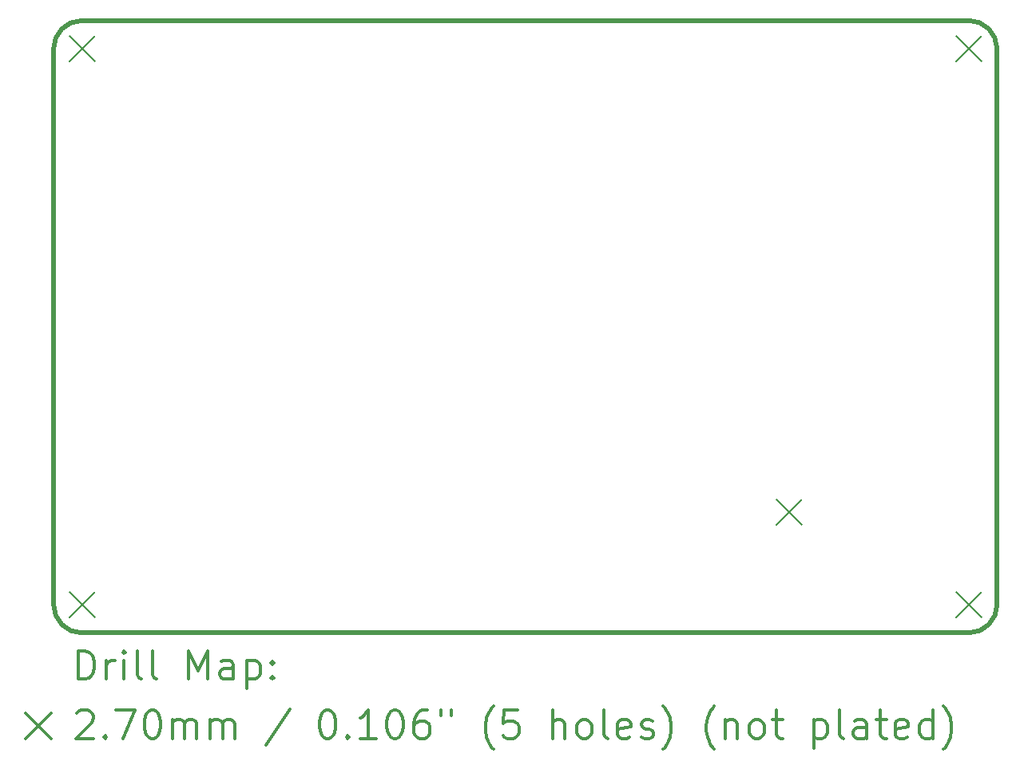
<source format=gbr>
%FSLAX45Y45*%
G04 Gerber Fmt 4.5, Leading zero omitted, Abs format (unit mm)*
G04 Created by KiCad (PCBNEW 5.1.5+dfsg1-2build2) date 2022-11-07 13:43:46*
%MOMM*%
%LPD*%
G04 APERTURE LIST*
%TA.AperFunction,Profile*%
%ADD10C,0.500000*%
%TD*%
%ADD11C,0.200000*%
%ADD12C,0.300000*%
G04 APERTURE END LIST*
D10*
X8800000Y-12000000D02*
G75*
G02X8500000Y-11700000I0J300000D01*
G01*
X18500000Y-11700000D02*
G75*
G02X18200000Y-12000000I-300000J0D01*
G01*
X18200000Y-5500000D02*
G75*
G02X18500000Y-5800000I0J-300000D01*
G01*
X8500000Y-5800000D02*
G75*
G02X8800000Y-5500000I300000J0D01*
G01*
X8500000Y-11700000D02*
X8500000Y-5800000D01*
X18200000Y-12000000D02*
X8800000Y-12000000D01*
X18500000Y-5800000D02*
X18500000Y-11700000D01*
X8800000Y-5500000D02*
X18200000Y-5500000D01*
D11*
X18065000Y-5665000D02*
X18335000Y-5935000D01*
X18335000Y-5665000D02*
X18065000Y-5935000D01*
X16165000Y-10584000D02*
X16435000Y-10854000D01*
X16435000Y-10584000D02*
X16165000Y-10854000D01*
X18065000Y-11565000D02*
X18335000Y-11835000D01*
X18335000Y-11565000D02*
X18065000Y-11835000D01*
X8665000Y-5665000D02*
X8935000Y-5935000D01*
X8935000Y-5665000D02*
X8665000Y-5935000D01*
X8665000Y-11565000D02*
X8935000Y-11835000D01*
X8935000Y-11565000D02*
X8665000Y-11835000D01*
D12*
X8761428Y-12490714D02*
X8761428Y-12190714D01*
X8832857Y-12190714D01*
X8875714Y-12205000D01*
X8904286Y-12233571D01*
X8918571Y-12262143D01*
X8932857Y-12319286D01*
X8932857Y-12362143D01*
X8918571Y-12419286D01*
X8904286Y-12447857D01*
X8875714Y-12476429D01*
X8832857Y-12490714D01*
X8761428Y-12490714D01*
X9061428Y-12490714D02*
X9061428Y-12290714D01*
X9061428Y-12347857D02*
X9075714Y-12319286D01*
X9090000Y-12305000D01*
X9118571Y-12290714D01*
X9147143Y-12290714D01*
X9247143Y-12490714D02*
X9247143Y-12290714D01*
X9247143Y-12190714D02*
X9232857Y-12205000D01*
X9247143Y-12219286D01*
X9261428Y-12205000D01*
X9247143Y-12190714D01*
X9247143Y-12219286D01*
X9432857Y-12490714D02*
X9404286Y-12476429D01*
X9390000Y-12447857D01*
X9390000Y-12190714D01*
X9590000Y-12490714D02*
X9561428Y-12476429D01*
X9547143Y-12447857D01*
X9547143Y-12190714D01*
X9932857Y-12490714D02*
X9932857Y-12190714D01*
X10032857Y-12405000D01*
X10132857Y-12190714D01*
X10132857Y-12490714D01*
X10404286Y-12490714D02*
X10404286Y-12333571D01*
X10390000Y-12305000D01*
X10361428Y-12290714D01*
X10304286Y-12290714D01*
X10275714Y-12305000D01*
X10404286Y-12476429D02*
X10375714Y-12490714D01*
X10304286Y-12490714D01*
X10275714Y-12476429D01*
X10261428Y-12447857D01*
X10261428Y-12419286D01*
X10275714Y-12390714D01*
X10304286Y-12376429D01*
X10375714Y-12376429D01*
X10404286Y-12362143D01*
X10547143Y-12290714D02*
X10547143Y-12590714D01*
X10547143Y-12305000D02*
X10575714Y-12290714D01*
X10632857Y-12290714D01*
X10661428Y-12305000D01*
X10675714Y-12319286D01*
X10690000Y-12347857D01*
X10690000Y-12433571D01*
X10675714Y-12462143D01*
X10661428Y-12476429D01*
X10632857Y-12490714D01*
X10575714Y-12490714D01*
X10547143Y-12476429D01*
X10818571Y-12462143D02*
X10832857Y-12476429D01*
X10818571Y-12490714D01*
X10804286Y-12476429D01*
X10818571Y-12462143D01*
X10818571Y-12490714D01*
X10818571Y-12305000D02*
X10832857Y-12319286D01*
X10818571Y-12333571D01*
X10804286Y-12319286D01*
X10818571Y-12305000D01*
X10818571Y-12333571D01*
X8205000Y-12850000D02*
X8475000Y-13120000D01*
X8475000Y-12850000D02*
X8205000Y-13120000D01*
X8747143Y-12849286D02*
X8761428Y-12835000D01*
X8790000Y-12820714D01*
X8861428Y-12820714D01*
X8890000Y-12835000D01*
X8904286Y-12849286D01*
X8918571Y-12877857D01*
X8918571Y-12906429D01*
X8904286Y-12949286D01*
X8732857Y-13120714D01*
X8918571Y-13120714D01*
X9047143Y-13092143D02*
X9061428Y-13106429D01*
X9047143Y-13120714D01*
X9032857Y-13106429D01*
X9047143Y-13092143D01*
X9047143Y-13120714D01*
X9161428Y-12820714D02*
X9361428Y-12820714D01*
X9232857Y-13120714D01*
X9532857Y-12820714D02*
X9561428Y-12820714D01*
X9590000Y-12835000D01*
X9604286Y-12849286D01*
X9618571Y-12877857D01*
X9632857Y-12935000D01*
X9632857Y-13006429D01*
X9618571Y-13063571D01*
X9604286Y-13092143D01*
X9590000Y-13106429D01*
X9561428Y-13120714D01*
X9532857Y-13120714D01*
X9504286Y-13106429D01*
X9490000Y-13092143D01*
X9475714Y-13063571D01*
X9461428Y-13006429D01*
X9461428Y-12935000D01*
X9475714Y-12877857D01*
X9490000Y-12849286D01*
X9504286Y-12835000D01*
X9532857Y-12820714D01*
X9761428Y-13120714D02*
X9761428Y-12920714D01*
X9761428Y-12949286D02*
X9775714Y-12935000D01*
X9804286Y-12920714D01*
X9847143Y-12920714D01*
X9875714Y-12935000D01*
X9890000Y-12963571D01*
X9890000Y-13120714D01*
X9890000Y-12963571D02*
X9904286Y-12935000D01*
X9932857Y-12920714D01*
X9975714Y-12920714D01*
X10004286Y-12935000D01*
X10018571Y-12963571D01*
X10018571Y-13120714D01*
X10161428Y-13120714D02*
X10161428Y-12920714D01*
X10161428Y-12949286D02*
X10175714Y-12935000D01*
X10204286Y-12920714D01*
X10247143Y-12920714D01*
X10275714Y-12935000D01*
X10290000Y-12963571D01*
X10290000Y-13120714D01*
X10290000Y-12963571D02*
X10304286Y-12935000D01*
X10332857Y-12920714D01*
X10375714Y-12920714D01*
X10404286Y-12935000D01*
X10418571Y-12963571D01*
X10418571Y-13120714D01*
X11004286Y-12806429D02*
X10747143Y-13192143D01*
X11390000Y-12820714D02*
X11418571Y-12820714D01*
X11447143Y-12835000D01*
X11461428Y-12849286D01*
X11475714Y-12877857D01*
X11490000Y-12935000D01*
X11490000Y-13006429D01*
X11475714Y-13063571D01*
X11461428Y-13092143D01*
X11447143Y-13106429D01*
X11418571Y-13120714D01*
X11390000Y-13120714D01*
X11361428Y-13106429D01*
X11347143Y-13092143D01*
X11332857Y-13063571D01*
X11318571Y-13006429D01*
X11318571Y-12935000D01*
X11332857Y-12877857D01*
X11347143Y-12849286D01*
X11361428Y-12835000D01*
X11390000Y-12820714D01*
X11618571Y-13092143D02*
X11632857Y-13106429D01*
X11618571Y-13120714D01*
X11604286Y-13106429D01*
X11618571Y-13092143D01*
X11618571Y-13120714D01*
X11918571Y-13120714D02*
X11747143Y-13120714D01*
X11832857Y-13120714D02*
X11832857Y-12820714D01*
X11804286Y-12863571D01*
X11775714Y-12892143D01*
X11747143Y-12906429D01*
X12104286Y-12820714D02*
X12132857Y-12820714D01*
X12161428Y-12835000D01*
X12175714Y-12849286D01*
X12190000Y-12877857D01*
X12204286Y-12935000D01*
X12204286Y-13006429D01*
X12190000Y-13063571D01*
X12175714Y-13092143D01*
X12161428Y-13106429D01*
X12132857Y-13120714D01*
X12104286Y-13120714D01*
X12075714Y-13106429D01*
X12061428Y-13092143D01*
X12047143Y-13063571D01*
X12032857Y-13006429D01*
X12032857Y-12935000D01*
X12047143Y-12877857D01*
X12061428Y-12849286D01*
X12075714Y-12835000D01*
X12104286Y-12820714D01*
X12461428Y-12820714D02*
X12404286Y-12820714D01*
X12375714Y-12835000D01*
X12361428Y-12849286D01*
X12332857Y-12892143D01*
X12318571Y-12949286D01*
X12318571Y-13063571D01*
X12332857Y-13092143D01*
X12347143Y-13106429D01*
X12375714Y-13120714D01*
X12432857Y-13120714D01*
X12461428Y-13106429D01*
X12475714Y-13092143D01*
X12490000Y-13063571D01*
X12490000Y-12992143D01*
X12475714Y-12963571D01*
X12461428Y-12949286D01*
X12432857Y-12935000D01*
X12375714Y-12935000D01*
X12347143Y-12949286D01*
X12332857Y-12963571D01*
X12318571Y-12992143D01*
X12604286Y-12820714D02*
X12604286Y-12877857D01*
X12718571Y-12820714D02*
X12718571Y-12877857D01*
X13161428Y-13235000D02*
X13147143Y-13220714D01*
X13118571Y-13177857D01*
X13104286Y-13149286D01*
X13090000Y-13106429D01*
X13075714Y-13035000D01*
X13075714Y-12977857D01*
X13090000Y-12906429D01*
X13104286Y-12863571D01*
X13118571Y-12835000D01*
X13147143Y-12792143D01*
X13161428Y-12777857D01*
X13418571Y-12820714D02*
X13275714Y-12820714D01*
X13261428Y-12963571D01*
X13275714Y-12949286D01*
X13304286Y-12935000D01*
X13375714Y-12935000D01*
X13404286Y-12949286D01*
X13418571Y-12963571D01*
X13432857Y-12992143D01*
X13432857Y-13063571D01*
X13418571Y-13092143D01*
X13404286Y-13106429D01*
X13375714Y-13120714D01*
X13304286Y-13120714D01*
X13275714Y-13106429D01*
X13261428Y-13092143D01*
X13790000Y-13120714D02*
X13790000Y-12820714D01*
X13918571Y-13120714D02*
X13918571Y-12963571D01*
X13904286Y-12935000D01*
X13875714Y-12920714D01*
X13832857Y-12920714D01*
X13804286Y-12935000D01*
X13790000Y-12949286D01*
X14104286Y-13120714D02*
X14075714Y-13106429D01*
X14061428Y-13092143D01*
X14047143Y-13063571D01*
X14047143Y-12977857D01*
X14061428Y-12949286D01*
X14075714Y-12935000D01*
X14104286Y-12920714D01*
X14147143Y-12920714D01*
X14175714Y-12935000D01*
X14190000Y-12949286D01*
X14204286Y-12977857D01*
X14204286Y-13063571D01*
X14190000Y-13092143D01*
X14175714Y-13106429D01*
X14147143Y-13120714D01*
X14104286Y-13120714D01*
X14375714Y-13120714D02*
X14347143Y-13106429D01*
X14332857Y-13077857D01*
X14332857Y-12820714D01*
X14604286Y-13106429D02*
X14575714Y-13120714D01*
X14518571Y-13120714D01*
X14490000Y-13106429D01*
X14475714Y-13077857D01*
X14475714Y-12963571D01*
X14490000Y-12935000D01*
X14518571Y-12920714D01*
X14575714Y-12920714D01*
X14604286Y-12935000D01*
X14618571Y-12963571D01*
X14618571Y-12992143D01*
X14475714Y-13020714D01*
X14732857Y-13106429D02*
X14761428Y-13120714D01*
X14818571Y-13120714D01*
X14847143Y-13106429D01*
X14861428Y-13077857D01*
X14861428Y-13063571D01*
X14847143Y-13035000D01*
X14818571Y-13020714D01*
X14775714Y-13020714D01*
X14747143Y-13006429D01*
X14732857Y-12977857D01*
X14732857Y-12963571D01*
X14747143Y-12935000D01*
X14775714Y-12920714D01*
X14818571Y-12920714D01*
X14847143Y-12935000D01*
X14961428Y-13235000D02*
X14975714Y-13220714D01*
X15004286Y-13177857D01*
X15018571Y-13149286D01*
X15032857Y-13106429D01*
X15047143Y-13035000D01*
X15047143Y-12977857D01*
X15032857Y-12906429D01*
X15018571Y-12863571D01*
X15004286Y-12835000D01*
X14975714Y-12792143D01*
X14961428Y-12777857D01*
X15504286Y-13235000D02*
X15490000Y-13220714D01*
X15461428Y-13177857D01*
X15447143Y-13149286D01*
X15432857Y-13106429D01*
X15418571Y-13035000D01*
X15418571Y-12977857D01*
X15432857Y-12906429D01*
X15447143Y-12863571D01*
X15461428Y-12835000D01*
X15490000Y-12792143D01*
X15504286Y-12777857D01*
X15618571Y-12920714D02*
X15618571Y-13120714D01*
X15618571Y-12949286D02*
X15632857Y-12935000D01*
X15661428Y-12920714D01*
X15704286Y-12920714D01*
X15732857Y-12935000D01*
X15747143Y-12963571D01*
X15747143Y-13120714D01*
X15932857Y-13120714D02*
X15904286Y-13106429D01*
X15890000Y-13092143D01*
X15875714Y-13063571D01*
X15875714Y-12977857D01*
X15890000Y-12949286D01*
X15904286Y-12935000D01*
X15932857Y-12920714D01*
X15975714Y-12920714D01*
X16004286Y-12935000D01*
X16018571Y-12949286D01*
X16032857Y-12977857D01*
X16032857Y-13063571D01*
X16018571Y-13092143D01*
X16004286Y-13106429D01*
X15975714Y-13120714D01*
X15932857Y-13120714D01*
X16118571Y-12920714D02*
X16232857Y-12920714D01*
X16161428Y-12820714D02*
X16161428Y-13077857D01*
X16175714Y-13106429D01*
X16204286Y-13120714D01*
X16232857Y-13120714D01*
X16561428Y-12920714D02*
X16561428Y-13220714D01*
X16561428Y-12935000D02*
X16590000Y-12920714D01*
X16647143Y-12920714D01*
X16675714Y-12935000D01*
X16690000Y-12949286D01*
X16704286Y-12977857D01*
X16704286Y-13063571D01*
X16690000Y-13092143D01*
X16675714Y-13106429D01*
X16647143Y-13120714D01*
X16590000Y-13120714D01*
X16561428Y-13106429D01*
X16875714Y-13120714D02*
X16847143Y-13106429D01*
X16832857Y-13077857D01*
X16832857Y-12820714D01*
X17118571Y-13120714D02*
X17118571Y-12963571D01*
X17104286Y-12935000D01*
X17075714Y-12920714D01*
X17018571Y-12920714D01*
X16990000Y-12935000D01*
X17118571Y-13106429D02*
X17090000Y-13120714D01*
X17018571Y-13120714D01*
X16990000Y-13106429D01*
X16975714Y-13077857D01*
X16975714Y-13049286D01*
X16990000Y-13020714D01*
X17018571Y-13006429D01*
X17090000Y-13006429D01*
X17118571Y-12992143D01*
X17218571Y-12920714D02*
X17332857Y-12920714D01*
X17261428Y-12820714D02*
X17261428Y-13077857D01*
X17275714Y-13106429D01*
X17304286Y-13120714D01*
X17332857Y-13120714D01*
X17547143Y-13106429D02*
X17518571Y-13120714D01*
X17461428Y-13120714D01*
X17432857Y-13106429D01*
X17418571Y-13077857D01*
X17418571Y-12963571D01*
X17432857Y-12935000D01*
X17461428Y-12920714D01*
X17518571Y-12920714D01*
X17547143Y-12935000D01*
X17561428Y-12963571D01*
X17561428Y-12992143D01*
X17418571Y-13020714D01*
X17818571Y-13120714D02*
X17818571Y-12820714D01*
X17818571Y-13106429D02*
X17790000Y-13120714D01*
X17732857Y-13120714D01*
X17704286Y-13106429D01*
X17690000Y-13092143D01*
X17675714Y-13063571D01*
X17675714Y-12977857D01*
X17690000Y-12949286D01*
X17704286Y-12935000D01*
X17732857Y-12920714D01*
X17790000Y-12920714D01*
X17818571Y-12935000D01*
X17932857Y-13235000D02*
X17947143Y-13220714D01*
X17975714Y-13177857D01*
X17990000Y-13149286D01*
X18004286Y-13106429D01*
X18018571Y-13035000D01*
X18018571Y-12977857D01*
X18004286Y-12906429D01*
X17990000Y-12863571D01*
X17975714Y-12835000D01*
X17947143Y-12792143D01*
X17932857Y-12777857D01*
M02*

</source>
